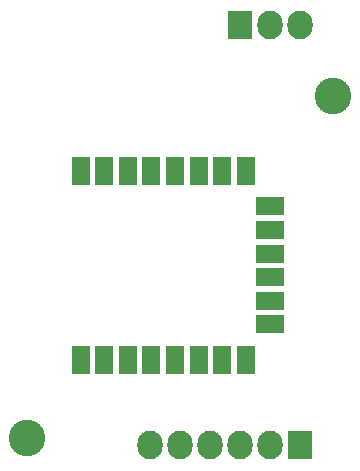
<source format=gbs>
G04 #@! TF.FileFunction,Soldermask,Bot*
%FSLAX46Y46*%
G04 Gerber Fmt 4.6, Leading zero omitted, Abs format (unit mm)*
G04 Created by KiCad (PCBNEW 4.0.3-stable) date 10/10/16 00:03:39*
%MOMM*%
%LPD*%
G01*
G04 APERTURE LIST*
%ADD10C,0.100000*%
%ADD11R,1.500000X2.400000*%
%ADD12R,2.400000X1.500000*%
%ADD13R,2.127200X2.432000*%
%ADD14O,2.127200X2.432000*%
%ADD15C,3.100000*%
G04 APERTURE END LIST*
D10*
D11*
X22098000Y-32766000D03*
X20098000Y-32766000D03*
X18098000Y-32766000D03*
X16098000Y-32766000D03*
X14098000Y-32766000D03*
X12098000Y-32766000D03*
X10098000Y-32766000D03*
X8098000Y-32766000D03*
X8098000Y-16766000D03*
X10098000Y-16766000D03*
X12098000Y-16766000D03*
X14098000Y-16766000D03*
X16098000Y-16766000D03*
X18098000Y-16766000D03*
X20098000Y-16766000D03*
X22098000Y-16766000D03*
D12*
X24098000Y-19766000D03*
X24098000Y-21766000D03*
X24098000Y-23766000D03*
X24098000Y-25766000D03*
X24098000Y-27766000D03*
X24098000Y-29766000D03*
D13*
X26670000Y-40005000D03*
D14*
X24130000Y-40005000D03*
X21590000Y-40005000D03*
X19050000Y-40005000D03*
X16510000Y-40005000D03*
X13970000Y-40005000D03*
D13*
X21590000Y-4445000D03*
D14*
X24130000Y-4445000D03*
X26670000Y-4445000D03*
D15*
X3556000Y-39370000D03*
X29464000Y-10414000D03*
M02*

</source>
